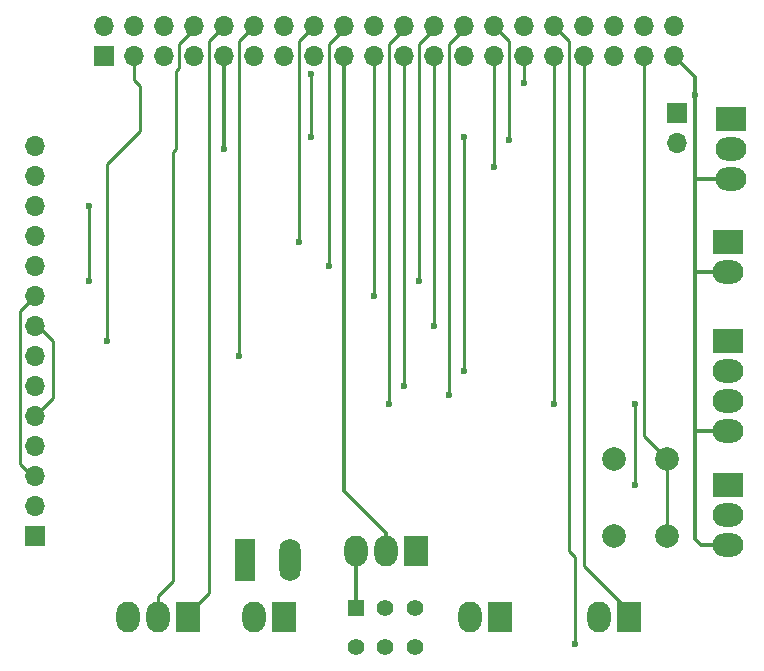
<source format=gbl>
G04 #@! TF.FileFunction,Copper,L2,Bot,Signal*
%FSLAX46Y46*%
G04 Gerber Fmt 4.6, Leading zero omitted, Abs format (unit mm)*
G04 Created by KiCad (PCBNEW 4.0.7-e2-6376~58~ubuntu16.04.1) date Mon Mar 19 23:41:14 2018*
%MOMM*%
%LPD*%
G01*
G04 APERTURE LIST*
%ADD10C,0.100000*%
%ADD11R,2.600000X2.000000*%
%ADD12O,2.600000X2.000000*%
%ADD13R,2.000000X2.600000*%
%ADD14O,2.000000X2.600000*%
%ADD15R,1.727200X1.727200*%
%ADD16O,1.700000X1.700000*%
%ADD17R,1.700000X1.700000*%
%ADD18R,1.400000X1.400000*%
%ADD19C,1.400000*%
%ADD20R,1.800000X3.600000*%
%ADD21O,1.800000X3.600000*%
%ADD22C,2.000000*%
%ADD23C,0.600000*%
%ADD24C,0.300000*%
%ADD25C,0.250000*%
%ADD26C,0.152400*%
G04 APERTURE END LIST*
D10*
D11*
X176276000Y-77216000D03*
D12*
X176276000Y-79756000D03*
X176276000Y-82296000D03*
D13*
X156718000Y-119380000D03*
D14*
X154178000Y-119380000D03*
D13*
X167640000Y-119380000D03*
D14*
X165100000Y-119380000D03*
D13*
X149606000Y-113792000D03*
D14*
X147066000Y-113792000D03*
X144526000Y-113792000D03*
D13*
X130302000Y-119380000D03*
D14*
X127762000Y-119380000D03*
X125222000Y-119380000D03*
D15*
X123188200Y-71881500D03*
D16*
X123188200Y-69341500D03*
X125728200Y-71881500D03*
X125728200Y-69341500D03*
X128268200Y-71881500D03*
X128268200Y-69341500D03*
X130808200Y-71881500D03*
X130808200Y-69341500D03*
X133348200Y-71881500D03*
X133348200Y-69341500D03*
X135888200Y-71881500D03*
X135888200Y-69341500D03*
X138428200Y-71881500D03*
X138428200Y-69341500D03*
X140968200Y-71881500D03*
X140968200Y-69341500D03*
X143508200Y-71881500D03*
X143508200Y-69341500D03*
X146048200Y-71881500D03*
X146048200Y-69341500D03*
X148588200Y-71881500D03*
X148588200Y-69341500D03*
X151128200Y-71881500D03*
X151128200Y-69341500D03*
X153668200Y-71881500D03*
X153668200Y-69341500D03*
X156208200Y-71881500D03*
X156208200Y-69341500D03*
X158748200Y-71881500D03*
X158748200Y-69341500D03*
X161288200Y-71881500D03*
X161288200Y-69341500D03*
X163828200Y-71881500D03*
X163828200Y-69341500D03*
X166368200Y-71881500D03*
X166368200Y-69341500D03*
X168908200Y-71881500D03*
X168908200Y-69341500D03*
X171448200Y-71881500D03*
X171448200Y-69341500D03*
D11*
X176022000Y-96012000D03*
D12*
X176022000Y-98552000D03*
X176022000Y-101092000D03*
X176022000Y-103632000D03*
D11*
X176022000Y-87630000D03*
D12*
X176022000Y-90170000D03*
D17*
X171704000Y-76708000D03*
D16*
X171704000Y-79248000D03*
D18*
X144526000Y-118618000D03*
D19*
X147026000Y-118618000D03*
X149526000Y-118618000D03*
X144526000Y-121918000D03*
X147026000Y-121918000D03*
X149526000Y-121918000D03*
D13*
X138430000Y-119380000D03*
D14*
X135890000Y-119380000D03*
D11*
X176022000Y-108204000D03*
D12*
X176022000Y-110744000D03*
X176022000Y-113284000D03*
D20*
X135128000Y-114554000D03*
D21*
X138938000Y-114554000D03*
D17*
X117348000Y-112522000D03*
D16*
X117348000Y-109982000D03*
X117348000Y-107442000D03*
X117348000Y-104902000D03*
X117348000Y-102362000D03*
X117348000Y-99822000D03*
X117348000Y-97282000D03*
X117348000Y-94742000D03*
X117348000Y-92202000D03*
X117348000Y-89662000D03*
X117348000Y-87122000D03*
X117348000Y-84582000D03*
X117348000Y-82042000D03*
X117348000Y-79502000D03*
D22*
X170870000Y-112522000D03*
X166370000Y-112522000D03*
X170870000Y-106022000D03*
X166370000Y-106022000D03*
D23*
X173228000Y-75184000D03*
X133350000Y-79756000D03*
X163068000Y-121666000D03*
X158750000Y-74168000D03*
X168148000Y-108204000D03*
X168148000Y-101346000D03*
X161290000Y-101346000D03*
X123444000Y-96012000D03*
X153670000Y-98552000D03*
X153670000Y-78740000D03*
X140716000Y-78740000D03*
X140716000Y-73406000D03*
X134620000Y-97282000D03*
X139700000Y-87630000D03*
X142240000Y-89662000D03*
X146050000Y-92202000D03*
X148590000Y-99822000D03*
X147320000Y-101346000D03*
X151130000Y-94742000D03*
X149860000Y-90932000D03*
X121920000Y-90932000D03*
X121920000Y-84582000D03*
X152400000Y-100584000D03*
X156210000Y-81280000D03*
X157480000Y-78994000D03*
D24*
X173228000Y-75184000D02*
X173228000Y-73660000D01*
X173228000Y-73660000D02*
X171449500Y-71881500D01*
X171449500Y-71881500D02*
X171448200Y-71881500D01*
X133348200Y-71881500D02*
X133348200Y-79754200D01*
X133348200Y-79754200D02*
X133350000Y-79756000D01*
X176276000Y-82296000D02*
X173228000Y-82296000D01*
X173228000Y-82296000D02*
X173228000Y-73660000D01*
X173228000Y-73660000D02*
X171449500Y-71881500D01*
X171449500Y-71881500D02*
X171448200Y-71881500D01*
X176022000Y-90170000D02*
X173228000Y-90170000D01*
X173228000Y-90170000D02*
X173228000Y-73660000D01*
X173228000Y-73660000D02*
X171449500Y-71881500D01*
X171449500Y-71881500D02*
X171448200Y-71881500D01*
X173228000Y-103632000D02*
X173228000Y-112776000D01*
X173736000Y-113284000D02*
X176022000Y-113284000D01*
X173228000Y-112776000D02*
X173736000Y-113284000D01*
X173228000Y-90170000D02*
X173228000Y-103632000D01*
X173228000Y-103632000D02*
X176022000Y-103632000D01*
X144526000Y-113792000D02*
X144526000Y-118618000D01*
D25*
X161288200Y-69341500D02*
X161289500Y-69341500D01*
X161289500Y-69341500D02*
X162560000Y-70612000D01*
X162560000Y-70612000D02*
X162560000Y-113792000D01*
X162560000Y-113792000D02*
X163068000Y-114300000D01*
X163068000Y-114300000D02*
X163068000Y-121666000D01*
X163828200Y-71881500D02*
X163828200Y-115060200D01*
X163828200Y-115060200D02*
X167640000Y-118872000D01*
X167640000Y-118872000D02*
X167640000Y-119380000D01*
D24*
X143508200Y-71881500D02*
X143508200Y-108710200D01*
X147066000Y-112268000D02*
X147066000Y-113792000D01*
X143508200Y-108710200D02*
X147066000Y-112268000D01*
D25*
X158748200Y-71881500D02*
X158748200Y-74166200D01*
X158748200Y-74166200D02*
X158750000Y-74168000D01*
X161288200Y-71881500D02*
X161288200Y-101344200D01*
X168148000Y-101346000D02*
X168148000Y-108204000D01*
X161288200Y-101344200D02*
X161290000Y-101346000D01*
X130808200Y-69341500D02*
X130808200Y-69597800D01*
X130808200Y-69597800D02*
X129540000Y-70866000D01*
X127762000Y-117602000D02*
X127762000Y-119380000D01*
X129032000Y-116332000D02*
X127762000Y-117602000D01*
X129032000Y-80010000D02*
X129032000Y-116332000D01*
X129286000Y-79756000D02*
X129032000Y-80010000D01*
X129286000Y-73152000D02*
X129286000Y-79756000D01*
X129540000Y-72898000D02*
X129286000Y-73152000D01*
X129540000Y-70866000D02*
X129540000Y-72898000D01*
D26*
X130808200Y-69341500D02*
X130808200Y-69343800D01*
D25*
X133348200Y-69341500D02*
X133348200Y-69343800D01*
X133348200Y-69343800D02*
X132080000Y-70612000D01*
X132080000Y-117348000D02*
X130302000Y-119126000D01*
X132080000Y-115316000D02*
X132080000Y-117348000D01*
X132080000Y-70612000D02*
X132080000Y-115316000D01*
X130302000Y-119126000D02*
X130302000Y-119380000D01*
X125728200Y-71881500D02*
X125728200Y-73912200D01*
X123444000Y-81026000D02*
X123444000Y-96012000D01*
X126238000Y-78232000D02*
X123444000Y-81026000D01*
X126238000Y-74422000D02*
X126238000Y-78232000D01*
X125728200Y-73912200D02*
X126238000Y-74422000D01*
X153670000Y-78740000D02*
X153670000Y-98552000D01*
X140716000Y-73406000D02*
X140716000Y-78740000D01*
X135888200Y-69341500D02*
X135888200Y-69343800D01*
X135888200Y-69343800D02*
X134620000Y-70612000D01*
X134620000Y-70612000D02*
X134620000Y-97282000D01*
X139700000Y-70612000D02*
X140968200Y-69343800D01*
X139700000Y-87630000D02*
X139700000Y-70612000D01*
X140968200Y-69343800D02*
X140968200Y-69341500D01*
D26*
X140968200Y-69343800D02*
X140968200Y-69341500D01*
D25*
X143508200Y-69341500D02*
X143508200Y-69597800D01*
X143508200Y-69597800D02*
X142240000Y-70866000D01*
X142240000Y-70866000D02*
X142240000Y-89662000D01*
D26*
X143508200Y-69343800D02*
X143508200Y-69341500D01*
D25*
X117348000Y-107442000D02*
X117094000Y-107442000D01*
X117094000Y-107442000D02*
X116078000Y-106426000D01*
X116078000Y-106426000D02*
X116078000Y-93472000D01*
X116078000Y-93472000D02*
X117348000Y-92202000D01*
X146048200Y-71881500D02*
X146048200Y-92200200D01*
X146048200Y-92200200D02*
X146050000Y-92202000D01*
X148588200Y-71881500D02*
X148588200Y-99820200D01*
X148588200Y-99820200D02*
X148590000Y-99822000D01*
X148588200Y-69341500D02*
X148588200Y-69597800D01*
X148588200Y-69597800D02*
X147320000Y-70866000D01*
X147320000Y-70866000D02*
X147320000Y-101346000D01*
D26*
X148588200Y-69341500D02*
X148588200Y-69343800D01*
D25*
X117348000Y-94742000D02*
X117602000Y-94742000D01*
X117602000Y-94742000D02*
X118872000Y-96012000D01*
X118872000Y-100838000D02*
X117348000Y-102362000D01*
X118872000Y-96012000D02*
X118872000Y-100838000D01*
X151128200Y-71881500D02*
X151128200Y-94740200D01*
X151128200Y-94740200D02*
X151130000Y-94742000D01*
X149860000Y-70866000D02*
X151128200Y-69597800D01*
X149860000Y-90932000D02*
X149860000Y-70866000D01*
X121920000Y-84582000D02*
X121920000Y-90932000D01*
X151128200Y-69597800D02*
X151128200Y-69341500D01*
X153668200Y-69341500D02*
X153668200Y-69597800D01*
X153668200Y-69597800D02*
X152400000Y-70866000D01*
X152400000Y-70866000D02*
X152400000Y-100584000D01*
D26*
X153668200Y-69341500D02*
X153668200Y-69343800D01*
D25*
X156208200Y-71881500D02*
X156208200Y-81278200D01*
X156208200Y-81278200D02*
X156210000Y-81280000D01*
X156208200Y-69341500D02*
X156209500Y-69341500D01*
X156209500Y-69341500D02*
X157480000Y-70612000D01*
X157480000Y-70612000D02*
X157480000Y-78994000D01*
D26*
X123188200Y-69341500D02*
X123189500Y-69341500D01*
D25*
X168908200Y-71881500D02*
X168908200Y-104060200D01*
X168908200Y-104060200D02*
X170870000Y-106022000D01*
X170870000Y-112522000D02*
X170870000Y-106022000D01*
M02*

</source>
